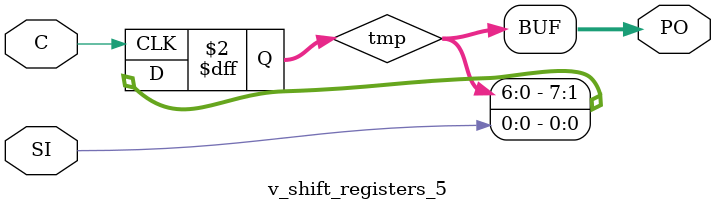
<source format=v>
module v_shift_registers_5 (C, SI, PO);

    parameter  WIDTH = 8;
    input   C,SI;
    output  [WIDTH-1:0] PO;
    reg     [WIDTH-1:0] tmp;

    always @(posedge C)

      tmp <= {tmp[WIDTH-2:0], SI};

    assign PO = tmp;

endmodule

</source>
